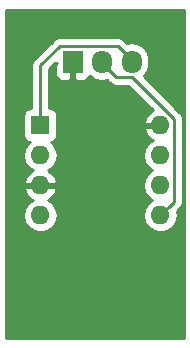
<source format=gbr>
G04 #@! TF.GenerationSoftware,KiCad,Pcbnew,(5.0.0-3-g5ebb6b6)*
G04 #@! TF.CreationDate,2018-10-06T16:58:55+02:00*
G04 #@! TF.ProjectId,tt_photometer,74745F70686F746F6D657465722E6B69,rev?*
G04 #@! TF.SameCoordinates,Original*
G04 #@! TF.FileFunction,Copper,L1,Top,Signal*
G04 #@! TF.FilePolarity,Positive*
%FSLAX46Y46*%
G04 Gerber Fmt 4.6, Leading zero omitted, Abs format (unit mm)*
G04 Created by KiCad (PCBNEW (5.0.0-3-g5ebb6b6)) date Saturday, 06. October 2018 um 16:58:55*
%MOMM*%
%LPD*%
G01*
G04 APERTURE LIST*
G04 #@! TA.AperFunction,ComponentPad*
%ADD10R,1.700000X1.950000*%
G04 #@! TD*
G04 #@! TA.AperFunction,ComponentPad*
%ADD11O,1.700000X1.950000*%
G04 #@! TD*
G04 #@! TA.AperFunction,ComponentPad*
%ADD12R,1.600000X1.600000*%
G04 #@! TD*
G04 #@! TA.AperFunction,ComponentPad*
%ADD13O,1.600000X1.600000*%
G04 #@! TD*
G04 #@! TA.AperFunction,Conductor*
%ADD14C,0.250000*%
G04 #@! TD*
G04 #@! TA.AperFunction,Conductor*
%ADD15C,0.254000*%
G04 #@! TD*
G04 APERTURE END LIST*
D10*
G04 #@! TO.P,J1,1*
G04 #@! TO.N,GND*
X156210000Y-72390000D03*
D11*
G04 #@! TO.P,J1,2*
G04 #@! TO.N,Net-(J1-Pad2)*
X158710000Y-72390000D03*
G04 #@! TO.P,J1,3*
G04 #@! TO.N,+5V*
X161210000Y-72390000D03*
G04 #@! TD*
D12*
G04 #@! TO.P,U1,1*
G04 #@! TO.N,+5V*
X153475001Y-77775001D03*
D13*
G04 #@! TO.P,U1,5*
G04 #@! TO.N,Net-(J1-Pad2)*
X163635001Y-85395001D03*
G04 #@! TO.P,U1,2*
G04 #@! TO.N,Net-(R1-Pad1)*
X153475001Y-80315001D03*
G04 #@! TO.P,U1,6*
G04 #@! TO.N,Net-(U1-Pad6)*
X163635001Y-82855001D03*
G04 #@! TO.P,U1,3*
G04 #@! TO.N,GND*
X153475001Y-82855001D03*
G04 #@! TO.P,U1,7*
G04 #@! TO.N,Net-(U1-Pad7)*
X163635001Y-80315001D03*
G04 #@! TO.P,U1,4*
G04 #@! TO.N,Net-(U1-Pad4)*
X153475001Y-85395001D03*
G04 #@! TO.P,U1,8*
G04 #@! TO.N,GND*
X163635001Y-77775001D03*
G04 #@! TD*
D14*
G04 #@! TO.N,Net-(J1-Pad2)*
X164435000Y-84595002D02*
X163635001Y-85395001D01*
X164760002Y-84270000D02*
X164435000Y-84595002D01*
X161215012Y-73690010D02*
X164760002Y-77235000D01*
X159885010Y-73690010D02*
X161215012Y-73690010D01*
X164760002Y-77235000D02*
X164760002Y-84270000D01*
X158710000Y-72515000D02*
X159885010Y-73690010D01*
X158710000Y-72390000D02*
X158710000Y-72515000D01*
G04 #@! TO.N,+5V*
X161210000Y-72265000D02*
X161210000Y-72390000D01*
X160034999Y-71089999D02*
X161210000Y-72265000D01*
X155099999Y-71089999D02*
X160034999Y-71089999D01*
X153475001Y-72714997D02*
X155099999Y-71089999D01*
X153475001Y-77775001D02*
X153475001Y-72714997D01*
G04 #@! TD*
D15*
G04 #@! TO.N,GND*
G36*
X165660000Y-95810000D02*
X150570000Y-95810000D01*
X150570000Y-85395001D01*
X152011888Y-85395001D01*
X152123261Y-85954910D01*
X152440424Y-86429578D01*
X152915092Y-86746741D01*
X153333668Y-86830001D01*
X153616334Y-86830001D01*
X154034910Y-86746741D01*
X154509578Y-86429578D01*
X154826741Y-85954910D01*
X154938114Y-85395001D01*
X154826741Y-84835092D01*
X154509578Y-84360424D01*
X154125893Y-84104054D01*
X154330135Y-84007390D01*
X154706042Y-83592424D01*
X154866905Y-83204040D01*
X154744916Y-82982001D01*
X153602001Y-82982001D01*
X153602001Y-83002001D01*
X153348001Y-83002001D01*
X153348001Y-82982001D01*
X152205086Y-82982001D01*
X152083097Y-83204040D01*
X152243960Y-83592424D01*
X152619867Y-84007390D01*
X152824109Y-84104054D01*
X152440424Y-84360424D01*
X152123261Y-84835092D01*
X152011888Y-85395001D01*
X150570000Y-85395001D01*
X150570000Y-80315001D01*
X152011888Y-80315001D01*
X152123261Y-80874910D01*
X152440424Y-81349578D01*
X152824109Y-81605948D01*
X152619867Y-81702612D01*
X152243960Y-82117578D01*
X152083097Y-82505962D01*
X152205086Y-82728001D01*
X153348001Y-82728001D01*
X153348001Y-82708001D01*
X153602001Y-82708001D01*
X153602001Y-82728001D01*
X154744916Y-82728001D01*
X154866905Y-82505962D01*
X154706042Y-82117578D01*
X154330135Y-81702612D01*
X154125893Y-81605948D01*
X154509578Y-81349578D01*
X154826741Y-80874910D01*
X154938114Y-80315001D01*
X154826741Y-79755092D01*
X154509578Y-79280424D01*
X154388895Y-79199786D01*
X154522766Y-79173158D01*
X154732810Y-79032810D01*
X154873158Y-78822766D01*
X154922441Y-78575001D01*
X154922441Y-76975001D01*
X154873158Y-76727236D01*
X154732810Y-76517192D01*
X154522766Y-76376844D01*
X154275001Y-76327561D01*
X154235001Y-76327561D01*
X154235001Y-73029798D01*
X154747798Y-72517002D01*
X154883748Y-72517002D01*
X154725000Y-72675750D01*
X154725000Y-73491310D01*
X154821673Y-73724699D01*
X155000302Y-73903327D01*
X155233691Y-74000000D01*
X155924250Y-74000000D01*
X156083000Y-73841250D01*
X156083000Y-72517000D01*
X156063000Y-72517000D01*
X156063000Y-72263000D01*
X156083000Y-72263000D01*
X156083000Y-72243000D01*
X156337000Y-72243000D01*
X156337000Y-72263000D01*
X156357000Y-72263000D01*
X156357000Y-72517000D01*
X156337000Y-72517000D01*
X156337000Y-73841250D01*
X156495750Y-74000000D01*
X157186309Y-74000000D01*
X157419698Y-73903327D01*
X157598327Y-73724699D01*
X157652344Y-73594291D01*
X158130583Y-73913839D01*
X158710000Y-74029092D01*
X159076408Y-73956209D01*
X159294680Y-74174482D01*
X159337081Y-74237939D01*
X159588473Y-74405914D01*
X159810158Y-74450010D01*
X159810162Y-74450010D01*
X159885009Y-74464898D01*
X159959856Y-74450010D01*
X160900211Y-74450010D01*
X162978706Y-76528505D01*
X162779867Y-76622612D01*
X162403960Y-77037578D01*
X162243097Y-77425962D01*
X162365086Y-77648001D01*
X163508001Y-77648001D01*
X163508001Y-77628001D01*
X163762001Y-77628001D01*
X163762001Y-77648001D01*
X163782001Y-77648001D01*
X163782001Y-77902001D01*
X163762001Y-77902001D01*
X163762001Y-77922001D01*
X163508001Y-77922001D01*
X163508001Y-77902001D01*
X162365086Y-77902001D01*
X162243097Y-78124040D01*
X162403960Y-78512424D01*
X162779867Y-78927390D01*
X162984109Y-79024054D01*
X162600424Y-79280424D01*
X162283261Y-79755092D01*
X162171888Y-80315001D01*
X162283261Y-80874910D01*
X162600424Y-81349578D01*
X162952759Y-81585001D01*
X162600424Y-81820424D01*
X162283261Y-82295092D01*
X162171888Y-82855001D01*
X162283261Y-83414910D01*
X162600424Y-83889578D01*
X162952759Y-84125001D01*
X162600424Y-84360424D01*
X162283261Y-84835092D01*
X162171888Y-85395001D01*
X162283261Y-85954910D01*
X162600424Y-86429578D01*
X163075092Y-86746741D01*
X163493668Y-86830001D01*
X163776334Y-86830001D01*
X164194910Y-86746741D01*
X164669578Y-86429578D01*
X164986741Y-85954910D01*
X165098114Y-85395001D01*
X165033689Y-85071114D01*
X165244472Y-84860331D01*
X165307931Y-84817929D01*
X165475906Y-84566537D01*
X165520002Y-84344852D01*
X165520002Y-84344848D01*
X165534890Y-84270001D01*
X165520002Y-84195154D01*
X165520002Y-77309847D01*
X165534890Y-77235000D01*
X165520002Y-77160153D01*
X165520002Y-77160148D01*
X165475906Y-76938463D01*
X165307931Y-76687071D01*
X165244475Y-76644671D01*
X162223559Y-73623756D01*
X162280625Y-73585625D01*
X162608839Y-73094417D01*
X162695000Y-72661255D01*
X162695000Y-72118744D01*
X162608839Y-71685582D01*
X162280625Y-71194375D01*
X161789417Y-70866161D01*
X161210000Y-70750908D01*
X160843592Y-70823791D01*
X160625330Y-70605529D01*
X160582928Y-70542070D01*
X160331536Y-70374095D01*
X160109851Y-70329999D01*
X160109846Y-70329999D01*
X160034999Y-70315111D01*
X159960152Y-70329999D01*
X155174845Y-70329999D01*
X155099998Y-70315111D01*
X155025151Y-70329999D01*
X155025147Y-70329999D01*
X154803462Y-70374095D01*
X154552070Y-70542070D01*
X154509670Y-70605526D01*
X152990529Y-72124668D01*
X152927073Y-72167068D01*
X152884673Y-72230524D01*
X152884672Y-72230525D01*
X152759098Y-72418460D01*
X152700113Y-72714997D01*
X152715002Y-72789849D01*
X152715001Y-76327561D01*
X152675001Y-76327561D01*
X152427236Y-76376844D01*
X152217192Y-76517192D01*
X152076844Y-76727236D01*
X152027561Y-76975001D01*
X152027561Y-78575001D01*
X152076844Y-78822766D01*
X152217192Y-79032810D01*
X152427236Y-79173158D01*
X152561107Y-79199786D01*
X152440424Y-79280424D01*
X152123261Y-79755092D01*
X152011888Y-80315001D01*
X150570000Y-80315001D01*
X150570000Y-68020000D01*
X165660001Y-68020000D01*
X165660000Y-95810000D01*
X165660000Y-95810000D01*
G37*
X165660000Y-95810000D02*
X150570000Y-95810000D01*
X150570000Y-85395001D01*
X152011888Y-85395001D01*
X152123261Y-85954910D01*
X152440424Y-86429578D01*
X152915092Y-86746741D01*
X153333668Y-86830001D01*
X153616334Y-86830001D01*
X154034910Y-86746741D01*
X154509578Y-86429578D01*
X154826741Y-85954910D01*
X154938114Y-85395001D01*
X154826741Y-84835092D01*
X154509578Y-84360424D01*
X154125893Y-84104054D01*
X154330135Y-84007390D01*
X154706042Y-83592424D01*
X154866905Y-83204040D01*
X154744916Y-82982001D01*
X153602001Y-82982001D01*
X153602001Y-83002001D01*
X153348001Y-83002001D01*
X153348001Y-82982001D01*
X152205086Y-82982001D01*
X152083097Y-83204040D01*
X152243960Y-83592424D01*
X152619867Y-84007390D01*
X152824109Y-84104054D01*
X152440424Y-84360424D01*
X152123261Y-84835092D01*
X152011888Y-85395001D01*
X150570000Y-85395001D01*
X150570000Y-80315001D01*
X152011888Y-80315001D01*
X152123261Y-80874910D01*
X152440424Y-81349578D01*
X152824109Y-81605948D01*
X152619867Y-81702612D01*
X152243960Y-82117578D01*
X152083097Y-82505962D01*
X152205086Y-82728001D01*
X153348001Y-82728001D01*
X153348001Y-82708001D01*
X153602001Y-82708001D01*
X153602001Y-82728001D01*
X154744916Y-82728001D01*
X154866905Y-82505962D01*
X154706042Y-82117578D01*
X154330135Y-81702612D01*
X154125893Y-81605948D01*
X154509578Y-81349578D01*
X154826741Y-80874910D01*
X154938114Y-80315001D01*
X154826741Y-79755092D01*
X154509578Y-79280424D01*
X154388895Y-79199786D01*
X154522766Y-79173158D01*
X154732810Y-79032810D01*
X154873158Y-78822766D01*
X154922441Y-78575001D01*
X154922441Y-76975001D01*
X154873158Y-76727236D01*
X154732810Y-76517192D01*
X154522766Y-76376844D01*
X154275001Y-76327561D01*
X154235001Y-76327561D01*
X154235001Y-73029798D01*
X154747798Y-72517002D01*
X154883748Y-72517002D01*
X154725000Y-72675750D01*
X154725000Y-73491310D01*
X154821673Y-73724699D01*
X155000302Y-73903327D01*
X155233691Y-74000000D01*
X155924250Y-74000000D01*
X156083000Y-73841250D01*
X156083000Y-72517000D01*
X156063000Y-72517000D01*
X156063000Y-72263000D01*
X156083000Y-72263000D01*
X156083000Y-72243000D01*
X156337000Y-72243000D01*
X156337000Y-72263000D01*
X156357000Y-72263000D01*
X156357000Y-72517000D01*
X156337000Y-72517000D01*
X156337000Y-73841250D01*
X156495750Y-74000000D01*
X157186309Y-74000000D01*
X157419698Y-73903327D01*
X157598327Y-73724699D01*
X157652344Y-73594291D01*
X158130583Y-73913839D01*
X158710000Y-74029092D01*
X159076408Y-73956209D01*
X159294680Y-74174482D01*
X159337081Y-74237939D01*
X159588473Y-74405914D01*
X159810158Y-74450010D01*
X159810162Y-74450010D01*
X159885009Y-74464898D01*
X159959856Y-74450010D01*
X160900211Y-74450010D01*
X162978706Y-76528505D01*
X162779867Y-76622612D01*
X162403960Y-77037578D01*
X162243097Y-77425962D01*
X162365086Y-77648001D01*
X163508001Y-77648001D01*
X163508001Y-77628001D01*
X163762001Y-77628001D01*
X163762001Y-77648001D01*
X163782001Y-77648001D01*
X163782001Y-77902001D01*
X163762001Y-77902001D01*
X163762001Y-77922001D01*
X163508001Y-77922001D01*
X163508001Y-77902001D01*
X162365086Y-77902001D01*
X162243097Y-78124040D01*
X162403960Y-78512424D01*
X162779867Y-78927390D01*
X162984109Y-79024054D01*
X162600424Y-79280424D01*
X162283261Y-79755092D01*
X162171888Y-80315001D01*
X162283261Y-80874910D01*
X162600424Y-81349578D01*
X162952759Y-81585001D01*
X162600424Y-81820424D01*
X162283261Y-82295092D01*
X162171888Y-82855001D01*
X162283261Y-83414910D01*
X162600424Y-83889578D01*
X162952759Y-84125001D01*
X162600424Y-84360424D01*
X162283261Y-84835092D01*
X162171888Y-85395001D01*
X162283261Y-85954910D01*
X162600424Y-86429578D01*
X163075092Y-86746741D01*
X163493668Y-86830001D01*
X163776334Y-86830001D01*
X164194910Y-86746741D01*
X164669578Y-86429578D01*
X164986741Y-85954910D01*
X165098114Y-85395001D01*
X165033689Y-85071114D01*
X165244472Y-84860331D01*
X165307931Y-84817929D01*
X165475906Y-84566537D01*
X165520002Y-84344852D01*
X165520002Y-84344848D01*
X165534890Y-84270001D01*
X165520002Y-84195154D01*
X165520002Y-77309847D01*
X165534890Y-77235000D01*
X165520002Y-77160153D01*
X165520002Y-77160148D01*
X165475906Y-76938463D01*
X165307931Y-76687071D01*
X165244475Y-76644671D01*
X162223559Y-73623756D01*
X162280625Y-73585625D01*
X162608839Y-73094417D01*
X162695000Y-72661255D01*
X162695000Y-72118744D01*
X162608839Y-71685582D01*
X162280625Y-71194375D01*
X161789417Y-70866161D01*
X161210000Y-70750908D01*
X160843592Y-70823791D01*
X160625330Y-70605529D01*
X160582928Y-70542070D01*
X160331536Y-70374095D01*
X160109851Y-70329999D01*
X160109846Y-70329999D01*
X160034999Y-70315111D01*
X159960152Y-70329999D01*
X155174845Y-70329999D01*
X155099998Y-70315111D01*
X155025151Y-70329999D01*
X155025147Y-70329999D01*
X154803462Y-70374095D01*
X154552070Y-70542070D01*
X154509670Y-70605526D01*
X152990529Y-72124668D01*
X152927073Y-72167068D01*
X152884673Y-72230524D01*
X152884672Y-72230525D01*
X152759098Y-72418460D01*
X152700113Y-72714997D01*
X152715002Y-72789849D01*
X152715001Y-76327561D01*
X152675001Y-76327561D01*
X152427236Y-76376844D01*
X152217192Y-76517192D01*
X152076844Y-76727236D01*
X152027561Y-76975001D01*
X152027561Y-78575001D01*
X152076844Y-78822766D01*
X152217192Y-79032810D01*
X152427236Y-79173158D01*
X152561107Y-79199786D01*
X152440424Y-79280424D01*
X152123261Y-79755092D01*
X152011888Y-80315001D01*
X150570000Y-80315001D01*
X150570000Y-68020000D01*
X165660001Y-68020000D01*
X165660000Y-95810000D01*
G04 #@! TD*
M02*

</source>
